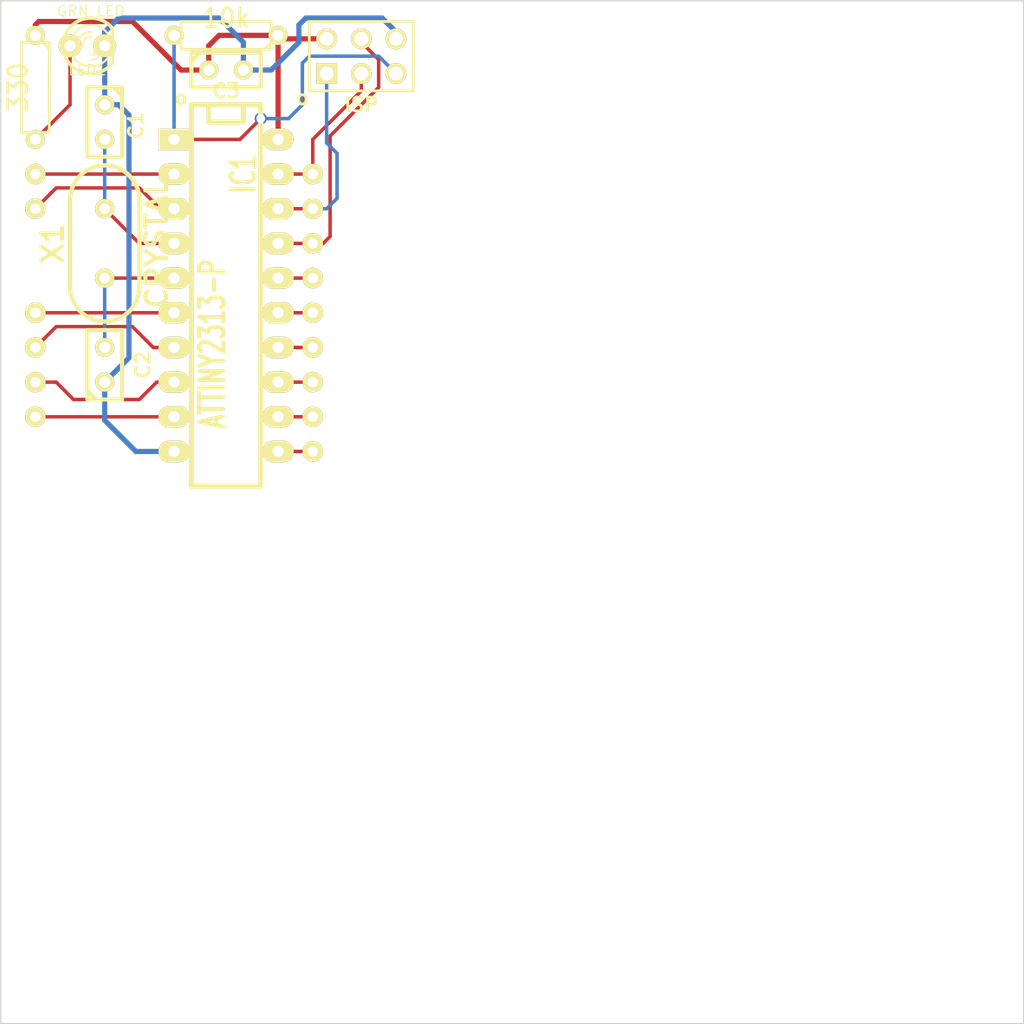
<source format=kicad_pcb>
(kicad_pcb (version 3) (host pcbnew "(2013-07-07 BZR 4022)-stable")

  (general
    (links 34)
    (no_connects 0)
    (area 24.13 24.13 100.33 100.33)
    (thickness 1.6)
    (drawings 7)
    (tracks 92)
    (zones 0)
    (modules 24)
    (nets 22)
  )

  (page A3)
  (layers
    (15 F.Cu signal)
    (0 B.Cu signal)
    (16 B.Adhes user)
    (17 F.Adhes user)
    (18 B.Paste user)
    (19 F.Paste user)
    (20 B.SilkS user)
    (21 F.SilkS user)
    (22 B.Mask user)
    (23 F.Mask user)
    (24 Dwgs.User user)
    (25 Cmts.User user)
    (26 Eco1.User user)
    (27 Eco2.User user)
    (28 Edge.Cuts user)
  )

  (setup
    (last_trace_width 0.254)
    (user_trace_width 0.254)
    (user_trace_width 0.381)
    (trace_clearance 0.254)
    (zone_clearance 0.508)
    (zone_45_only no)
    (trace_min 0.254)
    (segment_width 0.2)
    (edge_width 0.1)
    (via_size 0.889)
    (via_drill 0.635)
    (via_min_size 0.889)
    (via_min_drill 0.508)
    (uvia_size 0.508)
    (uvia_drill 0.127)
    (uvias_allowed no)
    (uvia_min_size 0.508)
    (uvia_min_drill 0.127)
    (pcb_text_width 0.3)
    (pcb_text_size 1.5 1.5)
    (mod_edge_width 0.15)
    (mod_text_size 1 1)
    (mod_text_width 0.15)
    (pad_size 1.5 1.5)
    (pad_drill 0.762)
    (pad_to_mask_clearance 0)
    (aux_axis_origin 0 0)
    (visible_elements FFFFFF3F)
    (pcbplotparams
      (layerselection 3178497)
      (usegerberextensions true)
      (excludeedgelayer true)
      (linewidth 0.150000)
      (plotframeref false)
      (viasonmask false)
      (mode 1)
      (useauxorigin false)
      (hpglpennumber 1)
      (hpglpenspeed 20)
      (hpglpendiameter 15)
      (hpglpenoverlay 2)
      (psnegative false)
      (psa4output false)
      (plotreference true)
      (plotvalue true)
      (plotothertext true)
      (plotinvisibletext false)
      (padsonsilk false)
      (subtractmaskfromsilk false)
      (outputformat 1)
      (mirror false)
      (drillshape 1)
      (scaleselection 1)
      (outputdirectory ""))
  )

  (net 0 "")
  (net 1 +5V)
  (net 2 /PB0)
  (net 3 /PB1)
  (net 4 /PB2)
  (net 5 /PB3)
  (net 6 /PB4)
  (net 7 /PB5)
  (net 8 /PB6)
  (net 9 /PB7)
  (net 10 /PD0)
  (net 11 /PD1)
  (net 12 /PD2)
  (net 13 /PD3)
  (net 14 /PD4)
  (net 15 /PD5)
  (net 16 /PD6)
  (net 17 GND)
  (net 18 N-0000019)
  (net 19 N-0000020)
  (net 20 N-0000021)
  (net 21 N-000006)

  (net_class Default "This is the default net class."
    (clearance 0.254)
    (trace_width 0.254)
    (via_dia 0.889)
    (via_drill 0.635)
    (uvia_dia 0.508)
    (uvia_drill 0.127)
    (add_net "")
    (add_net /PB0)
    (add_net /PB1)
    (add_net /PB2)
    (add_net /PB3)
    (add_net /PB4)
    (add_net /PB5)
    (add_net /PB6)
    (add_net /PB7)
    (add_net /PD0)
    (add_net /PD1)
    (add_net /PD2)
    (add_net /PD3)
    (add_net /PD4)
    (add_net /PD5)
    (add_net /PD6)
    (add_net N-0000019)
    (add_net N-0000020)
    (add_net N-0000021)
    (add_net N-000006)
  )

  (net_class Power ""
    (clearance 0.3048)
    (trace_width 0.3048)
    (via_dia 0.889)
    (via_drill 0.635)
    (uvia_dia 0.508)
    (uvia_drill 0.127)
    (add_net +5V)
    (add_net GND)
  )

  (module R3 (layer F.Cu) (tedit 54CF1EA2) (tstamp 54CF0E07)
    (at 41.91 27.94 180)
    (descr "Resitance 3 pas")
    (tags R)
    (path /54CF0AF5)
    (autoplace_cost180 10)
    (fp_text reference R2 (at 0 0.127 180) (layer F.SilkS) hide
      (effects (font (size 1.397 1.27) (thickness 0.2032)))
    )
    (fp_text value 10k (at 0 1.27 180) (layer F.SilkS)
      (effects (font (size 1.397 1.27) (thickness 0.2032)))
    )
    (fp_line (start -3.81 0) (end -3.302 0) (layer F.SilkS) (width 0.2032))
    (fp_line (start 3.81 0) (end 3.302 0) (layer F.SilkS) (width 0.2032))
    (fp_line (start 3.302 0) (end 3.302 -1.016) (layer F.SilkS) (width 0.2032))
    (fp_line (start 3.302 -1.016) (end -3.302 -1.016) (layer F.SilkS) (width 0.2032))
    (fp_line (start -3.302 -1.016) (end -3.302 1.016) (layer F.SilkS) (width 0.2032))
    (fp_line (start -3.302 1.016) (end 3.302 1.016) (layer F.SilkS) (width 0.2032))
    (fp_line (start 3.302 1.016) (end 3.302 0) (layer F.SilkS) (width 0.2032))
    (fp_line (start -3.302 -0.508) (end -2.794 -1.016) (layer F.SilkS) (width 0.2032))
    (pad 1 thru_hole circle (at -3.81 0 180) (size 1.397 1.397) (drill 0.8128)
      (layers *.Cu *.Mask F.SilkS)
      (net 1 +5V)
    )
    (pad 2 thru_hole circle (at 3.81 0 180) (size 1.397 1.397) (drill 0.8128)
      (layers *.Cu *.Mask F.SilkS)
      (net 21 N-000006)
    )
    (model discret/resistor.wrl
      (at (xyz 0 0 0))
      (scale (xyz 0.3 0.3 0.3))
      (rotate (xyz 0 0 0))
    )
  )

  (module R3 (layer F.Cu) (tedit 54CF1EB5) (tstamp 54CF0E15)
    (at 27.94 31.75 270)
    (descr "Resitance 3 pas")
    (tags R)
    (path /54CF08CD)
    (autoplace_cost180 10)
    (fp_text reference R1 (at 0 0.127 270) (layer F.SilkS) hide
      (effects (font (size 1.397 1.27) (thickness 0.2032)))
    )
    (fp_text value 330 (at 0 1.27 270) (layer F.SilkS)
      (effects (font (size 1.397 1.27) (thickness 0.2032)))
    )
    (fp_line (start -3.81 0) (end -3.302 0) (layer F.SilkS) (width 0.2032))
    (fp_line (start 3.81 0) (end 3.302 0) (layer F.SilkS) (width 0.2032))
    (fp_line (start 3.302 0) (end 3.302 -1.016) (layer F.SilkS) (width 0.2032))
    (fp_line (start 3.302 -1.016) (end -3.302 -1.016) (layer F.SilkS) (width 0.2032))
    (fp_line (start -3.302 -1.016) (end -3.302 1.016) (layer F.SilkS) (width 0.2032))
    (fp_line (start -3.302 1.016) (end 3.302 1.016) (layer F.SilkS) (width 0.2032))
    (fp_line (start 3.302 1.016) (end 3.302 0) (layer F.SilkS) (width 0.2032))
    (fp_line (start -3.302 -0.508) (end -2.794 -1.016) (layer F.SilkS) (width 0.2032))
    (pad 1 thru_hole circle (at -3.81 0 270) (size 1.397 1.397) (drill 0.8128)
      (layers *.Cu *.Mask F.SilkS)
      (net 1 +5V)
    )
    (pad 2 thru_hole circle (at 3.81 0 270) (size 1.397 1.397) (drill 0.8128)
      (layers *.Cu *.Mask F.SilkS)
      (net 18 N-0000019)
    )
    (model discret/resistor.wrl
      (at (xyz 0 0 0))
      (scale (xyz 0.3 0.3 0.3))
      (rotate (xyz 0 0 0))
    )
  )

  (module LED-3MM (layer F.Cu) (tedit 54CF1EC1) (tstamp 54CF0E2E)
    (at 31.75 28.702)
    (descr "LED 3mm - Lead pitch 100mil (2,54mm)")
    (tags "LED led 3mm 3MM 100mil 2,54mm")
    (path /54CF08E5)
    (fp_text reference LED1 (at 0 1.778) (layer F.SilkS)
      (effects (font (size 0.762 0.762) (thickness 0.0889)))
    )
    (fp_text value "GRN LED" (at 0.254 -2.54) (layer F.SilkS)
      (effects (font (size 0.762 0.762) (thickness 0.0889)))
    )
    (fp_line (start 1.8288 1.27) (end 1.8288 -1.27) (layer F.SilkS) (width 0.254))
    (fp_arc (start 0.254 0) (end -1.27 0) (angle 39.8) (layer F.SilkS) (width 0.1524))
    (fp_arc (start 0.254 0) (end -0.88392 1.01092) (angle 41.6) (layer F.SilkS) (width 0.1524))
    (fp_arc (start 0.254 0) (end 1.4097 -0.9906) (angle 40.6) (layer F.SilkS) (width 0.1524))
    (fp_arc (start 0.254 0) (end 1.778 0) (angle 39.8) (layer F.SilkS) (width 0.1524))
    (fp_arc (start 0.254 0) (end 0.254 -1.524) (angle 54.4) (layer F.SilkS) (width 0.1524))
    (fp_arc (start 0.254 0) (end -0.9652 -0.9144) (angle 53.1) (layer F.SilkS) (width 0.1524))
    (fp_arc (start 0.254 0) (end 1.45542 0.93472) (angle 52.1) (layer F.SilkS) (width 0.1524))
    (fp_arc (start 0.254 0) (end 0.254 1.524) (angle 52.1) (layer F.SilkS) (width 0.1524))
    (fp_arc (start 0.254 0) (end -0.381 0) (angle 90) (layer F.SilkS) (width 0.1524))
    (fp_arc (start 0.254 0) (end -0.762 0) (angle 90) (layer F.SilkS) (width 0.1524))
    (fp_arc (start 0.254 0) (end 0.889 0) (angle 90) (layer F.SilkS) (width 0.1524))
    (fp_arc (start 0.254 0) (end 1.27 0) (angle 90) (layer F.SilkS) (width 0.1524))
    (fp_arc (start 0.254 0) (end 0.254 -2.032) (angle 50.1) (layer F.SilkS) (width 0.254))
    (fp_arc (start 0.254 0) (end -1.5367 -0.95504) (angle 61.9) (layer F.SilkS) (width 0.254))
    (fp_arc (start 0.254 0) (end 1.8034 1.31064) (angle 49.7) (layer F.SilkS) (width 0.254))
    (fp_arc (start 0.254 0) (end 0.254 2.032) (angle 60.2) (layer F.SilkS) (width 0.254))
    (fp_arc (start 0.254 0) (end -1.778 0) (angle 28.3) (layer F.SilkS) (width 0.254))
    (fp_arc (start 0.254 0) (end -1.47574 1.06426) (angle 31.6) (layer F.SilkS) (width 0.254))
    (pad 1 thru_hole circle (at -1.27 0) (size 1.6764 1.6764) (drill 0.8128)
      (layers *.Cu *.Mask F.SilkS)
      (net 18 N-0000019)
    )
    (pad 2 thru_hole circle (at 1.27 0) (size 1.6764 1.6764) (drill 0.8128)
      (layers *.Cu *.Mask F.SilkS)
      (net 17 GND)
    )
    (model discret/leds/led3_vertical_verde.wrl
      (at (xyz 0 0 0))
      (scale (xyz 1 1 1))
      (rotate (xyz 0 0 0))
    )
  )

  (module DIP-20__300_ELL (layer F.Cu) (tedit 200000) (tstamp 54CF0E4D)
    (at 41.91 46.99 270)
    (descr "20 pins DIL package, elliptical pads")
    (tags DIL)
    (path /54CF085C)
    (fp_text reference IC1 (at -8.89 -1.27 270) (layer F.SilkS)
      (effects (font (size 1.778 1.143) (thickness 0.3048)))
    )
    (fp_text value ATTINY2313-P (at 3.556 1.016 270) (layer F.SilkS)
      (effects (font (size 1.778 1.143) (thickness 0.3048)))
    )
    (fp_line (start -13.97 -1.27) (end -12.7 -1.27) (layer F.SilkS) (width 0.381))
    (fp_line (start -12.7 -1.27) (end -12.7 1.27) (layer F.SilkS) (width 0.381))
    (fp_line (start -12.7 1.27) (end -13.97 1.27) (layer F.SilkS) (width 0.381))
    (fp_line (start -13.97 -2.54) (end 13.97 -2.54) (layer F.SilkS) (width 0.381))
    (fp_line (start 13.97 -2.54) (end 13.97 2.54) (layer F.SilkS) (width 0.381))
    (fp_line (start 13.97 2.54) (end -13.97 2.54) (layer F.SilkS) (width 0.381))
    (fp_line (start -13.97 2.54) (end -13.97 -2.54) (layer F.SilkS) (width 0.381))
    (pad 1 thru_hole rect (at -11.43 3.81 270) (size 1.5748 2.286) (drill 0.8128)
      (layers *.Cu *.Mask F.SilkS)
      (net 21 N-000006)
    )
    (pad 2 thru_hole oval (at -8.89 3.81 270) (size 1.5748 2.286) (drill 0.8128)
      (layers *.Cu *.Mask F.SilkS)
      (net 10 /PD0)
    )
    (pad 3 thru_hole oval (at -6.35 3.81 270) (size 1.5748 2.286) (drill 0.8128)
      (layers *.Cu *.Mask F.SilkS)
      (net 11 /PD1)
    )
    (pad 4 thru_hole oval (at -3.81 3.81 270) (size 1.5748 2.286) (drill 0.8128)
      (layers *.Cu *.Mask F.SilkS)
      (net 20 N-0000021)
    )
    (pad 5 thru_hole oval (at -1.27 3.81 270) (size 1.5748 2.286) (drill 0.8128)
      (layers *.Cu *.Mask F.SilkS)
      (net 19 N-0000020)
    )
    (pad 6 thru_hole oval (at 1.27 3.81 270) (size 1.5748 2.286) (drill 0.8128)
      (layers *.Cu *.Mask F.SilkS)
      (net 12 /PD2)
    )
    (pad 7 thru_hole oval (at 3.81 3.81 270) (size 1.5748 2.286) (drill 0.8128)
      (layers *.Cu *.Mask F.SilkS)
      (net 13 /PD3)
    )
    (pad 8 thru_hole oval (at 6.35 3.81 270) (size 1.5748 2.286) (drill 0.8128)
      (layers *.Cu *.Mask F.SilkS)
      (net 14 /PD4)
    )
    (pad 9 thru_hole oval (at 8.89 3.81 270) (size 1.5748 2.286) (drill 0.8128)
      (layers *.Cu *.Mask F.SilkS)
      (net 15 /PD5)
    )
    (pad 10 thru_hole oval (at 11.43 3.81 270) (size 1.5748 2.286) (drill 0.8128)
      (layers *.Cu *.Mask F.SilkS)
      (net 17 GND)
    )
    (pad 11 thru_hole oval (at 11.43 -3.81 270) (size 1.5748 2.286) (drill 0.8128)
      (layers *.Cu *.Mask F.SilkS)
      (net 16 /PD6)
    )
    (pad 12 thru_hole oval (at 8.89 -3.81 270) (size 1.5748 2.286) (drill 0.8128)
      (layers *.Cu *.Mask F.SilkS)
      (net 2 /PB0)
    )
    (pad 13 thru_hole oval (at 6.35 -3.81 270) (size 1.5748 2.286) (drill 0.8128)
      (layers *.Cu *.Mask F.SilkS)
      (net 3 /PB1)
    )
    (pad 14 thru_hole oval (at 3.81 -3.81 270) (size 1.5748 2.286) (drill 0.8128)
      (layers *.Cu *.Mask F.SilkS)
      (net 4 /PB2)
    )
    (pad 15 thru_hole oval (at 1.27 -3.81 270) (size 1.5748 2.286) (drill 0.8128)
      (layers *.Cu *.Mask F.SilkS)
      (net 5 /PB3)
    )
    (pad 16 thru_hole oval (at -1.27 -3.81 270) (size 1.5748 2.286) (drill 0.8128)
      (layers *.Cu *.Mask F.SilkS)
      (net 6 /PB4)
    )
    (pad 17 thru_hole oval (at -3.81 -3.81 270) (size 1.5748 2.286) (drill 0.8128)
      (layers *.Cu *.Mask F.SilkS)
      (net 7 /PB5)
    )
    (pad 18 thru_hole oval (at -6.35 -3.81 270) (size 1.5748 2.286) (drill 0.8128)
      (layers *.Cu *.Mask F.SilkS)
      (net 8 /PB6)
    )
    (pad 19 thru_hole oval (at -8.89 -3.81 270) (size 1.5748 2.286) (drill 0.8128)
      (layers *.Cu *.Mask F.SilkS)
      (net 9 /PB7)
    )
    (pad 20 thru_hole oval (at -11.43 -3.81 270) (size 1.5748 2.286) (drill 0.8128)
      (layers *.Cu *.Mask F.SilkS)
      (net 1 +5V)
    )
    (model dil/dil_20.wrl
      (at (xyz 0 0 0))
      (scale (xyz 1 1 1))
      (rotate (xyz 0 0 0))
    )
  )

  (module C1 (layer F.Cu) (tedit 3F92C496) (tstamp 54CF0E58)
    (at 33.02 34.29 270)
    (descr "Condensateur e = 1 pas")
    (tags C)
    (path /54CF08B5)
    (fp_text reference C1 (at 0.254 -2.286 270) (layer F.SilkS)
      (effects (font (size 1.016 1.016) (thickness 0.2032)))
    )
    (fp_text value 22pF (at 0 -2.286 270) (layer F.SilkS) hide
      (effects (font (size 1.016 1.016) (thickness 0.2032)))
    )
    (fp_line (start -2.4892 -1.27) (end 2.54 -1.27) (layer F.SilkS) (width 0.3048))
    (fp_line (start 2.54 -1.27) (end 2.54 1.27) (layer F.SilkS) (width 0.3048))
    (fp_line (start 2.54 1.27) (end -2.54 1.27) (layer F.SilkS) (width 0.3048))
    (fp_line (start -2.54 1.27) (end -2.54 -1.27) (layer F.SilkS) (width 0.3048))
    (fp_line (start -2.54 -0.635) (end -1.905 -1.27) (layer F.SilkS) (width 0.3048))
    (pad 1 thru_hole circle (at -1.27 0 270) (size 1.397 1.397) (drill 0.8128)
      (layers *.Cu *.Mask F.SilkS)
      (net 17 GND)
    )
    (pad 2 thru_hole circle (at 1.27 0 270) (size 1.397 1.397) (drill 0.8128)
      (layers *.Cu *.Mask F.SilkS)
      (net 20 N-0000021)
    )
    (model discret/capa_1_pas.wrl
      (at (xyz 0 0 0))
      (scale (xyz 1 1 1))
      (rotate (xyz 0 0 0))
    )
  )

  (module C1 (layer F.Cu) (tedit 54CF1EA9) (tstamp 54CF0E63)
    (at 41.91 30.48)
    (descr "Condensateur e = 1 pas")
    (tags C)
    (path /54CF0A8F)
    (fp_text reference C3 (at 0 1.524) (layer F.SilkS)
      (effects (font (size 1.016 1.016) (thickness 0.2032)))
    )
    (fp_text value 100nF (at 0 -2.286) (layer F.SilkS) hide
      (effects (font (size 1.016 1.016) (thickness 0.2032)))
    )
    (fp_line (start -2.4892 -1.27) (end 2.54 -1.27) (layer F.SilkS) (width 0.3048))
    (fp_line (start 2.54 -1.27) (end 2.54 1.27) (layer F.SilkS) (width 0.3048))
    (fp_line (start 2.54 1.27) (end -2.54 1.27) (layer F.SilkS) (width 0.3048))
    (fp_line (start -2.54 1.27) (end -2.54 -1.27) (layer F.SilkS) (width 0.3048))
    (fp_line (start -2.54 -0.635) (end -1.905 -1.27) (layer F.SilkS) (width 0.3048))
    (pad 1 thru_hole circle (at -1.27 0) (size 1.397 1.397) (drill 0.8128)
      (layers *.Cu *.Mask F.SilkS)
      (net 1 +5V)
    )
    (pad 2 thru_hole circle (at 1.27 0) (size 1.397 1.397) (drill 0.8128)
      (layers *.Cu *.Mask F.SilkS)
      (net 17 GND)
    )
    (model discret/capa_1_pas.wrl
      (at (xyz 0 0 0))
      (scale (xyz 1 1 1))
      (rotate (xyz 0 0 0))
    )
  )

  (module C1 (layer F.Cu) (tedit 54CF1EDB) (tstamp 54CF0E6E)
    (at 33.02 52.07 90)
    (descr "Condensateur e = 1 pas")
    (tags C)
    (path /54CF0A33)
    (fp_text reference C2 (at 0 2.794 90) (layer F.SilkS)
      (effects (font (size 1.016 1.016) (thickness 0.2032)))
    )
    (fp_text value 22pF (at 0 -2.286 90) (layer F.SilkS) hide
      (effects (font (size 1.016 1.016) (thickness 0.2032)))
    )
    (fp_line (start -2.4892 -1.27) (end 2.54 -1.27) (layer F.SilkS) (width 0.3048))
    (fp_line (start 2.54 -1.27) (end 2.54 1.27) (layer F.SilkS) (width 0.3048))
    (fp_line (start 2.54 1.27) (end -2.54 1.27) (layer F.SilkS) (width 0.3048))
    (fp_line (start -2.54 1.27) (end -2.54 -1.27) (layer F.SilkS) (width 0.3048))
    (fp_line (start -2.54 -0.635) (end -1.905 -1.27) (layer F.SilkS) (width 0.3048))
    (pad 1 thru_hole circle (at -1.27 0 90) (size 1.397 1.397) (drill 0.8128)
      (layers *.Cu *.Mask F.SilkS)
      (net 17 GND)
    )
    (pad 2 thru_hole circle (at 1.27 0 90) (size 1.397 1.397) (drill 0.8128)
      (layers *.Cu *.Mask F.SilkS)
      (net 19 N-0000020)
    )
    (model discret/capa_1_pas.wrl
      (at (xyz 0 0 0))
      (scale (xyz 1 1 1))
      (rotate (xyz 0 0 0))
    )
  )

  (module pin_array_3x2   placed (layer F.Cu) (tedit 54CF1E9B) (tstamp 54CF6D07)
    (at 51.816 29.464)
    (descr "Double rangee de contacts 2 x 4 pins")
    (tags CONN)
    (path /54CF0890)
    (fp_text reference ISP (at 0 3.556) (layer F.SilkS)
      (effects (font (size 1.016 1.016) (thickness 0.2032)))
    )
    (fp_text value AVR-ISP-6 (at 0 3.81) (layer F.SilkS) hide
      (effects (font (size 1.016 1.016) (thickness 0.2032)))
    )
    (fp_line (start 3.81 2.54) (end -3.81 2.54) (layer F.SilkS) (width 0.2032))
    (fp_line (start -3.81 -2.54) (end 3.81 -2.54) (layer F.SilkS) (width 0.2032))
    (fp_line (start 3.81 -2.54) (end 3.81 2.54) (layer F.SilkS) (width 0.2032))
    (fp_line (start -3.81 2.54) (end -3.81 -2.54) (layer F.SilkS) (width 0.2032))
    (pad 1 thru_hole rect (at -2.54 1.27) (size 1.524 1.524) (drill 1.016)
      (layers *.Cu *.Mask F.SilkS)
      (net 8 /PB6)
    )
    (pad 2 thru_hole circle (at -2.54 -1.27) (size 1.524 1.524) (drill 1.016)
      (layers *.Cu *.Mask F.SilkS)
      (net 1 +5V)
    )
    (pad 3 thru_hole circle (at 0 1.27) (size 1.524 1.524) (drill 1.016)
      (layers *.Cu *.Mask F.SilkS)
      (net 9 /PB7)
    )
    (pad 4 thru_hole circle (at 0 -1.27) (size 1.524 1.524) (drill 1.016)
      (layers *.Cu *.Mask F.SilkS)
      (net 7 /PB5)
    )
    (pad 5 thru_hole circle (at 2.54 1.27) (size 1.524 1.524) (drill 1.016)
      (layers *.Cu *.Mask F.SilkS)
      (net 21 N-000006)
    )
    (pad 6 thru_hole circle (at 2.54 -1.27) (size 1.524 1.524) (drill 1.016)
      (layers *.Cu *.Mask F.SilkS)
      (net 17 GND)
    )
    (model pin_array/pins_array_3x2.wrl
      (at (xyz 0 0 0))
      (scale (xyz 1 1 1))
      (rotate (xyz 0 0 0))
    )
  )

  (module PIN_ARRAY_1R   placed (layer F.Cu) (tedit 54CF194A) (tstamp 54CF6D0C)
    (at 48.26 38.1)
    (path /54CF0964)
    (fp_text reference P8 (at 0.254 0) (layer F.SilkS) hide
      (effects (font (size 1 1) (thickness 0.15)))
    )
    (fp_text value CONN_1 (at 0 0) (layer F.SilkS) hide
      (effects (font (size 1 1) (thickness 0.15)))
    )
    (pad 1 thru_hole circle (at 0 0) (size 1.5 1.5) (drill 0.762)
      (layers *.Cu *.Mask F.SilkS)
      (net 9 /PB7)
    )
  )

  (module PIN_ARRAY_1R   placed (layer F.Cu) (tedit 54CF133F) (tstamp 54CF6D11)
    (at 48.26 58.42)
    (path /54CF098E)
    (fp_text reference P15 (at 2.54 0) (layer F.SilkS) hide
      (effects (font (size 1 1) (thickness 0.15)))
    )
    (fp_text value CONN_1 (at 7.62 0) (layer F.SilkS) hide
      (effects (font (size 1 1) (thickness 0.15)))
    )
    (pad 1 thru_hole circle (at 0 0) (size 1.5 1.5) (drill 0.762)
      (layers *.Cu *.Mask F.SilkS)
      (net 16 /PD6)
    )
  )

  (module PIN_ARRAY_1R   placed (layer F.Cu) (tedit 54CF1361) (tstamp 54CF6D16)
    (at 27.94 55.88)
    (path /54CF0988)
    (fp_text reference P14 (at 0 -1.27) (layer F.SilkS) hide
      (effects (font (size 1 1) (thickness 0.15)))
    )
    (fp_text value CONN_1 (at 0 1.27) (layer F.SilkS) hide
      (effects (font (size 1 1) (thickness 0.15)))
    )
    (pad 1 thru_hole circle (at 0 0) (size 1.5 1.5) (drill 0.762)
      (layers *.Cu *.Mask F.SilkS)
      (net 15 /PD5)
    )
  )

  (module PIN_ARRAY_1R   placed (layer F.Cu) (tedit 54CF135D) (tstamp 54CF6D1B)
    (at 27.94 53.34)
    (path /54CF0982)
    (fp_text reference P13 (at 0 -1.27) (layer F.SilkS) hide
      (effects (font (size 1 1) (thickness 0.15)))
    )
    (fp_text value CONN_1 (at 0 1.27) (layer F.SilkS) hide
      (effects (font (size 1 1) (thickness 0.15)))
    )
    (pad 1 thru_hole circle (at 0 0) (size 1.5 1.5) (drill 0.762)
      (layers *.Cu *.Mask F.SilkS)
      (net 14 /PD4)
    )
  )

  (module PIN_ARRAY_1R   placed (layer F.Cu) (tedit 54CF135A) (tstamp 54CF6D20)
    (at 27.94 50.8)
    (path /54CF097C)
    (fp_text reference P12 (at 0 -1.27) (layer F.SilkS) hide
      (effects (font (size 1 1) (thickness 0.15)))
    )
    (fp_text value CONN_1 (at 0 1.27) (layer F.SilkS) hide
      (effects (font (size 1 1) (thickness 0.15)))
    )
    (pad 1 thru_hole circle (at 0 0) (size 1.5 1.5) (drill 0.762)
      (layers *.Cu *.Mask F.SilkS)
      (net 13 /PD3)
    )
  )

  (module PIN_ARRAY_1R   placed (layer F.Cu) (tedit 54CF1356) (tstamp 54CF6D25)
    (at 27.94 48.26)
    (path /54CF0976)
    (fp_text reference P11 (at 0 -1.27) (layer F.SilkS) hide
      (effects (font (size 1 1) (thickness 0.15)))
    )
    (fp_text value CONN_1 (at 0 1.27) (layer F.SilkS) hide
      (effects (font (size 1 1) (thickness 0.15)))
    )
    (pad 1 thru_hole circle (at 0 0) (size 1.5 1.5) (drill 0.762)
      (layers *.Cu *.Mask F.SilkS)
      (net 12 /PD2)
    )
  )

  (module PIN_ARRAY_1R   placed (layer F.Cu) (tedit 54CF1372) (tstamp 54CF6D2A)
    (at 27.94 40.64)
    (path /54CF0970)
    (fp_text reference P10 (at 0 -1.27) (layer F.SilkS) hide
      (effects (font (size 1 1) (thickness 0.15)))
    )
    (fp_text value CONN_1 (at 0 1.27) (layer F.SilkS) hide
      (effects (font (size 1 1) (thickness 0.15)))
    )
    (pad 1 thru_hole circle (at 0 0) (size 1.5 1.5) (drill 0.762)
      (layers *.Cu *.Mask F.SilkS)
      (net 11 /PD1)
    )
  )

  (module PIN_ARRAY_1R   placed (layer F.Cu) (tedit 54CF1377) (tstamp 54CF6D2F)
    (at 27.94 38.1)
    (path /54CF096A)
    (fp_text reference P9 (at 0 -1.27) (layer F.SilkS) hide
      (effects (font (size 1 1) (thickness 0.15)))
    )
    (fp_text value CONN_1 (at 0 1.27) (layer F.SilkS) hide
      (effects (font (size 1 1) (thickness 0.15)))
    )
    (pad 1 thru_hole circle (at 0 0) (size 1.5 1.5) (drill 0.762)
      (layers *.Cu *.Mask F.SilkS)
      (net 10 /PD0)
    )
  )

  (module PIN_ARRAY_1R   placed (layer F.Cu) (tedit 54CF1956) (tstamp 54CF6D34)
    (at 48.26 40.64)
    (path /54CF095E)
    (fp_text reference P7 (at 0 0) (layer F.SilkS) hide
      (effects (font (size 1 1) (thickness 0.15)))
    )
    (fp_text value CONN_1 (at 0 0) (layer F.SilkS) hide
      (effects (font (size 1 1) (thickness 0.15)))
    )
    (pad 1 thru_hole circle (at 0 0) (size 1.5 1.5) (drill 0.762)
      (layers *.Cu *.Mask F.SilkS)
      (net 8 /PB6)
    )
  )

  (module PIN_ARRAY_1R   placed (layer F.Cu) (tedit 54CF1967) (tstamp 54CF6D39)
    (at 48.26 43.18)
    (path /54CF0958)
    (fp_text reference P6 (at 0 0) (layer F.SilkS) hide
      (effects (font (size 1 1) (thickness 0.15)))
    )
    (fp_text value CONN_1 (at 0.254 0) (layer F.SilkS) hide
      (effects (font (size 1 1) (thickness 0.15)))
    )
    (pad 1 thru_hole circle (at 0 0) (size 1.5 1.5) (drill 0.762)
      (layers *.Cu *.Mask F.SilkS)
      (net 7 /PB5)
    )
  )

  (module PIN_ARRAY_1R   placed (layer F.Cu) (tedit 54CF1972) (tstamp 54CF6D3E)
    (at 48.26 45.72)
    (path /54CF0952)
    (fp_text reference P5 (at 0 0) (layer F.SilkS) hide
      (effects (font (size 1 1) (thickness 0.15)))
    )
    (fp_text value CONN_1 (at 0 0) (layer F.SilkS) hide
      (effects (font (size 1 1) (thickness 0.15)))
    )
    (pad 1 thru_hole circle (at 0 0) (size 1.5 1.5) (drill 0.762)
      (layers *.Cu *.Mask F.SilkS)
      (net 6 /PB4)
    )
  )

  (module PIN_ARRAY_1R   placed (layer F.Cu) (tedit 54CF131A) (tstamp 54CF6D43)
    (at 48.26 48.26)
    (path /54CF094C)
    (fp_text reference P4 (at 2.54 0) (layer F.SilkS) hide
      (effects (font (size 1 1) (thickness 0.15)))
    )
    (fp_text value CONN_1 (at 7.62 0) (layer F.SilkS) hide
      (effects (font (size 1 1) (thickness 0.15)))
    )
    (pad 1 thru_hole circle (at 0 0) (size 1.5 1.5) (drill 0.762)
      (layers *.Cu *.Mask F.SilkS)
      (net 5 /PB3)
    )
  )

  (module PIN_ARRAY_1R   placed (layer F.Cu) (tedit 54CF1334) (tstamp 54CF6D48)
    (at 48.26 50.8)
    (path /54CF0946)
    (fp_text reference P3 (at 2.54 0) (layer F.SilkS) hide
      (effects (font (size 1 1) (thickness 0.15)))
    )
    (fp_text value CONN_1 (at 7.62 0) (layer F.SilkS) hide
      (effects (font (size 1 1) (thickness 0.15)))
    )
    (pad 1 thru_hole circle (at 0 0) (size 1.5 1.5) (drill 0.762)
      (layers *.Cu *.Mask F.SilkS)
      (net 4 /PB2)
    )
  )

  (module PIN_ARRAY_1R   placed (layer F.Cu) (tedit 54CF1338) (tstamp 54CF6D4D)
    (at 48.26 53.34)
    (path /54CF0940)
    (fp_text reference P2 (at 2.54 0) (layer F.SilkS) hide
      (effects (font (size 1 1) (thickness 0.15)))
    )
    (fp_text value CONN_1 (at 7.62 0) (layer F.SilkS) hide
      (effects (font (size 1 1) (thickness 0.15)))
    )
    (pad 1 thru_hole circle (at 0 0) (size 1.5 1.5) (drill 0.762)
      (layers *.Cu *.Mask F.SilkS)
      (net 3 /PB1)
    )
  )

  (module PIN_ARRAY_1R   placed (layer F.Cu) (tedit 54CF133B) (tstamp 54CF6D52)
    (at 48.26 55.88)
    (path /54CF0929)
    (fp_text reference P1 (at 2.54 0) (layer F.SilkS) hide
      (effects (font (size 1 1) (thickness 0.15)))
    )
    (fp_text value CONN_1 (at 7.62 0) (layer F.SilkS) hide
      (effects (font (size 1 1) (thickness 0.15)))
    )
    (pad 1 thru_hole circle (at 0 0) (size 1.5 1.5) (drill 0.762)
      (layers *.Cu *.Mask F.SilkS)
      (net 2 /PB0)
    )
  )

  (module HC-49V   placed (layer F.Cu) (tedit 4C5EC450) (tstamp 54CF6D5E)
    (at 33.02 43.18 90)
    (descr "Quartz boitier HC-49 Vertical")
    (tags "QUARTZ DEV")
    (path /54CF0A10)
    (autoplace_cost180 10)
    (fp_text reference X1 (at 0 -3.81 90) (layer F.SilkS)
      (effects (font (size 1.524 1.524) (thickness 0.3048)))
    )
    (fp_text value CRYSTAL (at 0 3.81 90) (layer F.SilkS)
      (effects (font (size 1.524 1.524) (thickness 0.3048)))
    )
    (fp_line (start -3.175 2.54) (end 3.175 2.54) (layer F.SilkS) (width 0.3175))
    (fp_line (start -3.175 -2.54) (end 3.175 -2.54) (layer F.SilkS) (width 0.3175))
    (fp_arc (start 3.175 0) (end 3.175 -2.54) (angle 90) (layer F.SilkS) (width 0.3175))
    (fp_arc (start 3.175 0) (end 5.715 0) (angle 90) (layer F.SilkS) (width 0.3175))
    (fp_arc (start -3.175 0) (end -5.715 0) (angle 90) (layer F.SilkS) (width 0.3175))
    (fp_arc (start -3.175 0) (end -3.175 2.54) (angle 90) (layer F.SilkS) (width 0.3175))
    (pad 1 thru_hole circle (at -2.54 0 90) (size 1.4224 1.4224) (drill 0.762)
      (layers *.Cu *.Mask F.SilkS)
      (net 19 N-0000020)
    )
    (pad 2 thru_hole circle (at 2.54 0 90) (size 1.4224 1.4224) (drill 0.762)
      (layers *.Cu *.Mask F.SilkS)
      (net 20 N-0000021)
    )
    (model discret/xtal/crystal_hc18u_vertical.wrl
      (at (xyz 0 0 0))
      (scale (xyz 1 1 0.2))
      (rotate (xyz 0 0 0))
    )
  )

  (gr_text o (at 38.608 32.512) (layer F.SilkS)
    (effects (font (size 1.016 1.016) (thickness 0.2032)))
  )
  (gr_text o (at 47.498 32.512) (layer F.SilkS)
    (effects (font (size 1.016 1.016) (thickness 0.2032)))
  )
  (gr_text . (at 47.498 32.004) (layer F.Cu)
    (effects (font (size 1.5 1.5) (thickness 0.3)))
  )
  (gr_line (start 25.4 100.33) (end 25.4 25.4) (angle 90) (layer Edge.Cuts) (width 0.1))
  (gr_line (start 100.33 100.33) (end 25.4 100.33) (angle 90) (layer Edge.Cuts) (width 0.1))
  (gr_line (start 100.33 25.4) (end 100.33 100.33) (angle 90) (layer Edge.Cuts) (width 0.1))
  (gr_line (start 25.4 25.4) (end 100.33 25.4) (angle 90) (layer Edge.Cuts) (width 0.1))

  (segment (start 49.276 28.194) (end 45.974 28.194) (width 0.381) (layer F.Cu) (net 1))
  (segment (start 45.974 28.194) (end 45.72 27.94) (width 0.381) (layer F.Cu) (net 1) (tstamp 54CF7274))
  (segment (start 40.64 30.48) (end 38.608 30.48) (width 0.381) (layer F.Cu) (net 1))
  (segment (start 27.94 27.178) (end 28.194 26.924) (width 0.381) (layer F.Cu) (net 1) (tstamp 54CF7190))
  (segment (start 28.194 26.924) (end 35.052 26.924) (width 0.381) (layer F.Cu) (net 1) (tstamp 54CF7191))
  (segment (start 35.052 26.924) (end 38.608 30.48) (width 0.381) (layer F.Cu) (net 1) (tstamp 54CF7192))
  (segment (start 27.94 27.178) (end 27.94 27.94) (width 0.381) (layer F.Cu) (net 1))
  (segment (start 45.72 27.94) (end 41.402 27.94) (width 0.381) (layer F.Cu) (net 1))
  (segment (start 40.64 28.702) (end 40.64 30.48) (width 0.381) (layer F.Cu) (net 1) (tstamp 54CF713A))
  (segment (start 41.402 27.94) (end 40.64 28.702) (width 0.381) (layer F.Cu) (net 1) (tstamp 54CF7139))
  (via (at 45.72 35.56) (size 0.889) (layers F.Cu B.Cu) (net 1))
  (segment (start 45.72 35.56) (end 45.72 27.94) (width 0.381) (layer F.Cu) (net 1) (tstamp 54CF711D))
  (segment (start 48.26 55.88) (end 45.72 55.88) (width 0.254) (layer F.Cu) (net 2))
  (segment (start 45.72 53.34) (end 48.26 53.34) (width 0.254) (layer F.Cu) (net 3))
  (segment (start 48.26 50.8) (end 45.72 50.8) (width 0.254) (layer F.Cu) (net 4))
  (segment (start 45.72 48.26) (end 48.26 48.26) (width 0.254) (layer F.Cu) (net 5))
  (segment (start 48.26 45.72) (end 45.72 45.72) (width 0.254) (layer F.Cu) (net 6))
  (segment (start 51.816 28.194) (end 51.816 28.448) (width 0.254) (layer F.Cu) (net 7))
  (segment (start 49.022 43.18) (end 48.26 43.18) (width 0.254) (layer F.Cu) (net 7) (tstamp 54CF730C))
  (segment (start 49.53 42.672) (end 49.022 43.18) (width 0.254) (layer F.Cu) (net 7) (tstamp 54CF730B))
  (segment (start 49.53 35.306) (end 49.53 42.672) (width 0.254) (layer F.Cu) (net 7) (tstamp 54CF7309))
  (segment (start 53.086 31.75) (end 49.53 35.306) (width 0.254) (layer F.Cu) (net 7) (tstamp 54CF7307))
  (segment (start 53.086 29.718) (end 53.086 31.75) (width 0.254) (layer F.Cu) (net 7) (tstamp 54CF7305))
  (segment (start 51.816 28.448) (end 53.086 29.718) (width 0.254) (layer F.Cu) (net 7) (tstamp 54CF7304))
  (segment (start 45.72 43.18) (end 48.26 43.18) (width 0.254) (layer F.Cu) (net 7))
  (segment (start 49.276 30.734) (end 49.276 35.814) (width 0.254) (layer B.Cu) (net 8))
  (segment (start 49.276 40.64) (end 48.26 40.64) (width 0.254) (layer B.Cu) (net 8) (tstamp 54CF7290))
  (segment (start 50.038 39.878) (end 49.276 40.64) (width 0.254) (layer B.Cu) (net 8) (tstamp 54CF728F))
  (segment (start 50.038 36.576) (end 50.038 39.878) (width 0.254) (layer B.Cu) (net 8) (tstamp 54CF728E))
  (segment (start 49.276 35.814) (end 50.038 36.576) (width 0.254) (layer B.Cu) (net 8) (tstamp 54CF728D))
  (segment (start 45.72 40.64) (end 48.26 40.64) (width 0.254) (layer F.Cu) (net 8))
  (segment (start 48.26 38.1) (end 48.26 35.56) (width 0.254) (layer F.Cu) (net 9))
  (segment (start 51.816 32.004) (end 51.816 30.734) (width 0.254) (layer F.Cu) (net 9) (tstamp 54CF7311))
  (segment (start 48.26 35.56) (end 51.816 32.004) (width 0.254) (layer F.Cu) (net 9) (tstamp 54CF730F))
  (segment (start 45.72 38.1) (end 48.26 38.1) (width 0.254) (layer F.Cu) (net 9))
  (segment (start 38.1 38.1) (end 27.94 38.1) (width 0.254) (layer F.Cu) (net 10))
  (segment (start 38.1 40.64) (end 37.084 40.64) (width 0.254) (layer F.Cu) (net 11))
  (segment (start 29.464 39.116) (end 27.94 40.64) (width 0.254) (layer F.Cu) (net 11) (tstamp 54CF71DD))
  (segment (start 35.56 39.116) (end 29.464 39.116) (width 0.254) (layer F.Cu) (net 11) (tstamp 54CF71DB))
  (segment (start 37.084 40.64) (end 35.56 39.116) (width 0.254) (layer F.Cu) (net 11) (tstamp 54CF71D9))
  (segment (start 38.1 48.26) (end 27.94 48.26) (width 0.254) (layer F.Cu) (net 12))
  (segment (start 38.1 50.8) (end 36.576 50.8) (width 0.254) (layer F.Cu) (net 13))
  (segment (start 29.464 49.276) (end 27.94 50.8) (width 0.254) (layer F.Cu) (net 13) (tstamp 54CF71E7))
  (segment (start 35.052 49.276) (end 29.464 49.276) (width 0.254) (layer F.Cu) (net 13) (tstamp 54CF71E5))
  (segment (start 36.576 50.8) (end 35.052 49.276) (width 0.254) (layer F.Cu) (net 13) (tstamp 54CF71E3))
  (segment (start 38.1 53.34) (end 36.83 53.34) (width 0.254) (layer F.Cu) (net 14))
  (segment (start 29.464 53.34) (end 27.94 53.34) (width 0.254) (layer F.Cu) (net 14) (tstamp 54CF71F1))
  (segment (start 30.734 54.61) (end 29.464 53.34) (width 0.254) (layer F.Cu) (net 14) (tstamp 54CF71EF))
  (segment (start 35.56 54.61) (end 30.734 54.61) (width 0.254) (layer F.Cu) (net 14) (tstamp 54CF71ED))
  (segment (start 36.83 53.34) (end 35.56 54.61) (width 0.254) (layer F.Cu) (net 14) (tstamp 54CF71EB))
  (segment (start 38.1 55.88) (end 27.94 55.88) (width 0.254) (layer F.Cu) (net 15))
  (segment (start 45.72 58.42) (end 48.26 58.42) (width 0.254) (layer F.Cu) (net 16))
  (segment (start 43.18 30.48) (end 43.18 28.448) (width 0.381) (layer B.Cu) (net 17))
  (segment (start 33.02 27.686) (end 33.02 28.702) (width 0.381) (layer B.Cu) (net 17) (tstamp 54CF72F2))
  (segment (start 34.036 26.67) (end 33.02 27.686) (width 0.381) (layer B.Cu) (net 17) (tstamp 54CF72F1))
  (segment (start 41.402 26.67) (end 34.036 26.67) (width 0.381) (layer B.Cu) (net 17) (tstamp 54CF72EF))
  (segment (start 43.18 28.448) (end 41.402 26.67) (width 0.381) (layer B.Cu) (net 17) (tstamp 54CF72ED))
  (segment (start 54.356 28.194) (end 54.356 27.686) (width 0.381) (layer B.Cu) (net 17))
  (segment (start 45.212 30.48) (end 43.18 30.48) (width 0.381) (layer B.Cu) (net 17) (tstamp 54CF72C8))
  (segment (start 47.244 28.448) (end 45.212 30.48) (width 0.381) (layer B.Cu) (net 17) (tstamp 54CF72C7))
  (segment (start 47.244 27.178) (end 47.244 28.448) (width 0.381) (layer B.Cu) (net 17) (tstamp 54CF72C6))
  (segment (start 47.752 26.67) (end 47.244 27.178) (width 0.381) (layer B.Cu) (net 17) (tstamp 54CF72C5))
  (segment (start 53.34 26.67) (end 47.752 26.67) (width 0.381) (layer B.Cu) (net 17) (tstamp 54CF72C4))
  (segment (start 54.356 27.686) (end 53.34 26.67) (width 0.381) (layer B.Cu) (net 17) (tstamp 54CF72C3))
  (segment (start 33.02 53.34) (end 33.02 56.134) (width 0.381) (layer B.Cu) (net 17))
  (segment (start 35.306 58.42) (end 38.1 58.42) (width 0.381) (layer B.Cu) (net 17) (tstamp 54CF71F8))
  (segment (start 33.02 56.134) (end 35.306 58.42) (width 0.381) (layer B.Cu) (net 17) (tstamp 54CF71F7))
  (segment (start 33.02 53.34) (end 34.798 51.562) (width 0.381) (layer B.Cu) (net 17))
  (segment (start 34.036 33.02) (end 33.02 33.02) (width 0.381) (layer B.Cu) (net 17) (tstamp 54CF71D0))
  (segment (start 34.798 33.782) (end 34.036 33.02) (width 0.381) (layer B.Cu) (net 17) (tstamp 54CF71CF))
  (segment (start 34.798 37.846) (end 34.798 33.782) (width 0.381) (layer B.Cu) (net 17) (tstamp 54CF71CE))
  (segment (start 34.798 43.434) (end 34.798 37.846) (width 0.381) (layer B.Cu) (net 17) (tstamp 54CF71CD))
  (segment (start 34.798 51.562) (end 34.798 43.434) (width 0.381) (layer B.Cu) (net 17) (tstamp 54CF71CC))
  (segment (start 33.02 28.702) (end 33.02 33.02) (width 0.381) (layer B.Cu) (net 17))
  (via (at 54.356 28.194) (size 0.889) (layers F.Cu B.Cu) (net 17) (status 30))
  (segment (start 30.48 28.702) (end 30.48 33.02) (width 0.254) (layer F.Cu) (net 18))
  (segment (start 30.48 33.02) (end 27.94 35.56) (width 0.254) (layer F.Cu) (net 18) (tstamp 54CF71D3))
  (segment (start 33.02 45.72) (end 38.1 45.72) (width 0.254) (layer F.Cu) (net 19))
  (segment (start 33.02 50.8) (end 33.02 45.72) (width 0.254) (layer B.Cu) (net 19))
  (segment (start 38.1 43.18) (end 35.56 43.18) (width 0.254) (layer F.Cu) (net 20))
  (segment (start 35.56 43.18) (end 33.02 40.64) (width 0.254) (layer F.Cu) (net 20) (tstamp 54CF71C1))
  (segment (start 33.02 35.56) (end 33.02 40.64) (width 0.254) (layer B.Cu) (net 20))
  (segment (start 54.356 30.734) (end 53.086 29.464) (width 0.254) (layer B.Cu) (net 21))
  (segment (start 42.926 35.56) (end 38.1 35.56) (width 0.254) (layer F.Cu) (net 21) (tstamp 54CF7301))
  (segment (start 44.45 34.036) (end 42.926 35.56) (width 0.254) (layer F.Cu) (net 21) (tstamp 54CF7300))
  (via (at 44.45 34.036) (size 0.889) (layers F.Cu B.Cu) (net 21))
  (segment (start 46.482 34.036) (end 44.45 34.036) (width 0.254) (layer B.Cu) (net 21) (tstamp 54CF72FC))
  (segment (start 47.498 33.02) (end 46.482 34.036) (width 0.254) (layer B.Cu) (net 21) (tstamp 54CF72FB))
  (segment (start 47.498 29.972) (end 47.498 33.02) (width 0.254) (layer B.Cu) (net 21) (tstamp 54CF72FA))
  (segment (start 48.006 29.464) (end 47.498 29.972) (width 0.254) (layer B.Cu) (net 21) (tstamp 54CF72F9))
  (segment (start 53.086 29.464) (end 48.006 29.464) (width 0.254) (layer B.Cu) (net 21) (tstamp 54CF72F8))
  (segment (start 38.1 27.94) (end 38.1 35.56) (width 0.254) (layer B.Cu) (net 21))

)

</source>
